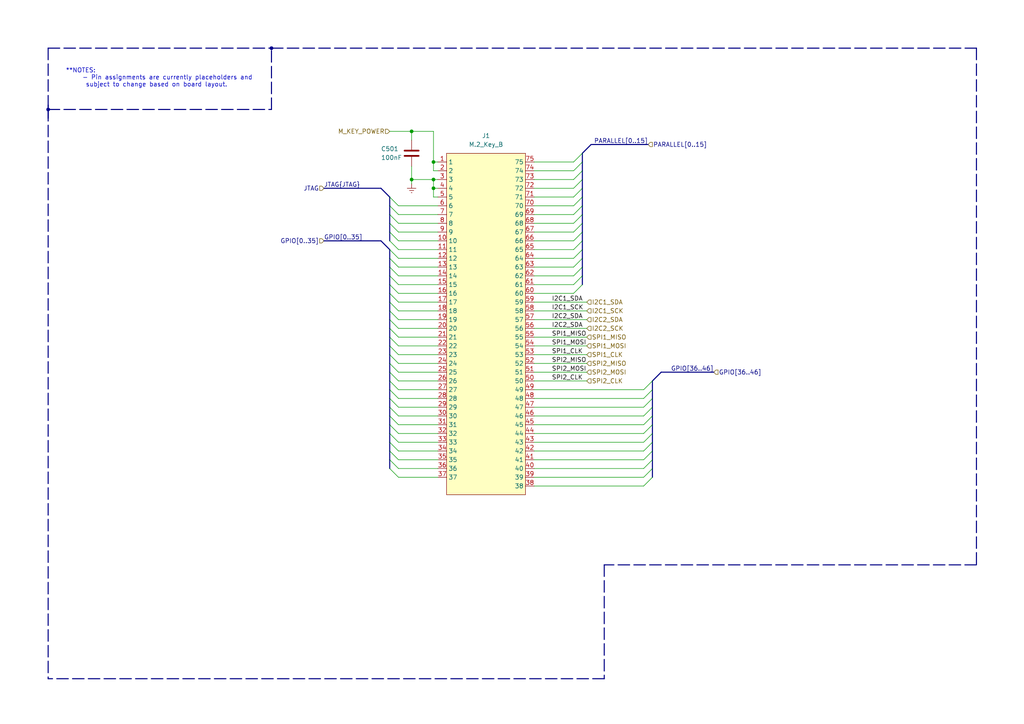
<source format=kicad_sch>
(kicad_sch (version 20211123) (generator eeschema)
  (paper "A4")
  (title_block (title "Fruitfly Node") (date "2023-09-18") (rev "1") (company "Cerebral Systems Inc."))
  (lib_symbols
    (symbol "Device:C" (pin_numbers hide) (pin_names (offset 0.254))
      (property "Reference" "C" (at 0.635 2.54 0))
      (property "Value" "C" (at 0.635 -2.54 0))
      (symbol "C_0_1"
        (polyline (pts (xy -2.032 -0.762) (xy 2.032 -0.762)) (stroke (width 0.508)))
        (polyline (pts (xy -2.032 0.762) (xy 2.032 0.762)) (stroke (width 0.508)))
      )
      (symbol "C_1_1"
        (pin passive line (at 0 3.81 270) (length 2.794) (name "~") (number "1"))
        (pin passive line (at 0 -3.81 90) (length 2.794) (name "~") (number "2"))
      )
    )
    (symbol "Fruitfly_Connector:M.2_Key_B"
      (property "Reference" "J" (at 0 5.08 0))
      (property "Value" "M.2_Key_B" (at 0 2.54 0))
      (symbol "M.2_Key_B_0_1"
        (rectangle (start -11.43 0) (end 11.43 -99.06) (fill (type background)))
      )
      (symbol "M.2_Key_B_1_1"
        (pin bidirectional line (at -13.97 -2.54 0) (length 2.54) (name "1") (number "1"))
        (pin bidirectional line (at -13.97 -25.4 0) (length 2.54) (name "10") (number "10"))
        (pin bidirectional line (at -13.97 -27.94 0) (length 2.54) (name "11") (number "11"))
        (pin bidirectional line (at -13.97 -30.48 0) (length 2.54) (name "12") (number "12"))
        (pin bidirectional line (at -13.97 -33.02 0) (length 2.54) (name "13") (number "13"))
        (pin bidirectional line (at -13.97 -35.56 0) (length 2.54) (name "14") (number "14"))
        (pin bidirectional line (at -13.97 -38.1 0) (length 2.54) (name "15") (number "15"))
        (pin bidirectional line (at -13.97 -40.64 0) (length 2.54) (name "16") (number "16"))
        (pin bidirectional line (at -13.97 -43.18 0) (length 2.54) (name "17") (number "17"))
        (pin bidirectional line (at -13.97 -45.72 0) (length 2.54) (name "18") (number "18"))
        (pin bidirectional line (at -13.97 -48.26 0) (length 2.54) (name "19") (number "19"))
        (pin bidirectional line (at -13.97 -5.08 0) (length 2.54) (name "2") (number "2"))
        (pin bidirectional line (at -13.97 -50.8 0) (length 2.54) (name "20") (number "20"))
        (pin bidirectional line (at -13.97 -53.34 0) (length 2.54) (name "21") (number "21"))
        (pin bidirectional line (at -13.97 -55.88 0) (length 2.54) (name "22") (number "22"))
        (pin bidirectional line (at -13.97 -58.42 0) (length 2.54) (name "23") (number "23"))
        (pin bidirectional line (at -13.97 -60.96 0) (length 2.54) (name "24") (number "24"))
        (pin bidirectional line (at -13.97 -63.5 0) (length 2.54) (name "25") (number "25"))
        (pin bidirectional line (at -13.97 -66.04 0) (length 2.54) (name "26") (number "26"))
        (pin bidirectional line (at -13.97 -68.58 0) (length 2.54) (name "27") (number "27"))
        (pin bidirectional line (at -13.97 -71.12 0) (length 2.54) (name "28") (number "28"))
        (pin bidirectional line (at -13.97 -73.66 0) (length 2.54) (name "29") (number "29"))
        (pin bidirectional line (at -13.97 -7.62 0) (length 2.54) (name "3") (number "3"))
        (pin bidirectional line (at -13.97 -76.2 0) (length 2.54) (name "30") (number "30"))
        (pin bidirectional line (at -13.97 -78.74 0) (length 2.54) (name "31") (number "31"))
        (pin bidirectional line (at -13.97 -81.28 0) (length 2.54) (name "32") (number "32"))
        (pin bidirectional line (at -13.97 -83.82 0) (length 2.54) (name "33") (number "33"))
        (pin bidirectional line (at -13.97 -86.36 0) (length 2.54) (name "34") (number "34"))
        (pin bidirectional line (at -13.97 -88.9 0) (length 2.54) (name "35") (number "35"))
        (pin bidirectional line (at -13.97 -91.44 0) (length 2.54) (name "36") (number "36"))
        (pin bidirectional line (at -13.97 -93.98 0) (length 2.54) (name "37") (number "37"))
        (pin bidirectional line (at 13.97 -96.52 180) (length 2.54) (name "38") (number "38"))
        (pin bidirectional line (at 13.97 -93.98 180) (length 2.54) (name "39") (number "39"))
        (pin bidirectional line (at -13.97 -10.16 0) (length 2.54) (name "4") (number "4"))
        (pin bidirectional line (at 13.97 -91.44 180) (length 2.54) (name "40") (number "40"))
        (pin bidirectional line (at 13.97 -88.9 180) (length 2.54) (name "41") (number "41"))
        (pin bidirectional line (at 13.97 -86.36 180) (length 2.54) (name "42") (number "42"))
        (pin bidirectional line (at 13.97 -83.82 180) (length 2.54) (name "43") (number "43"))
        (pin bidirectional line (at 13.97 -81.28 180) (length 2.54) (name "44") (number "44"))
        (pin bidirectional line (at 13.97 -78.74 180) (length 2.54) (name "45") (number "45"))
        (pin bidirectional line (at 13.97 -76.2 180) (length 2.54) (name "46") (number "46"))
        (pin bidirectional line (at 13.97 -73.66 180) (length 2.54) (name "47") (number "47"))
        (pin bidirectional line (at 13.97 -71.12 180) (length 2.54) (name "48") (number "48"))
        (pin bidirectional line (at 13.97 -68.58 180) (length 2.54) (name "49") (number "49"))
        (pin bidirectional line (at -13.97 -12.7 0) (length 2.54) (name "5") (number "5"))
        (pin bidirectional line (at 13.97 -66.04 180) (length 2.54) (name "50") (number "50"))
        (pin bidirectional line (at 13.97 -63.5 180) (length 2.54) (name "51") (number "51"))
        (pin bidirectional line (at 13.97 -60.96 180) (length 2.54) (name "52") (number "52"))
        (pin bidirectional line (at 13.97 -58.42 180) (length 2.54) (name "53") (number "53"))
        (pin bidirectional line (at 13.97 -55.88 180) (length 2.54) (name "54") (number "54"))
        (pin bidirectional line (at 13.97 -53.34 180) (length 2.54) (name "55") (number "55"))
        (pin bidirectional line (at 13.97 -50.8 180) (length 2.54) (name "56") (number "56"))
        (pin bidirectional line (at 13.97 -48.26 180) (length 2.54) (name "57") (number "57"))
        (pin bidirectional line (at 13.97 -45.72 180) (length 2.54) (name "58") (number "58"))
        (pin bidirectional line (at 13.97 -43.18 180) (length 2.54) (name "59") (number "59"))
        (pin bidirectional line (at -13.97 -15.24 0) (length 2.54) (name "6") (number "6"))
        (pin bidirectional line (at 13.97 -40.64 180) (length 2.54) (name "60") (number "60"))
        (pin bidirectional line (at 13.97 -38.1 180) (length 2.54) (name "61") (number "61"))
        (pin bidirectional line (at 13.97 -35.56 180) (length 2.54) (name "62") (number "62"))
        (pin bidirectional line (at 13.97 -33.02 180) (length 2.54) (name "63") (number "63"))
        (pin bidirectional line (at 13.97 -30.48 180) (length 2.54) (name "64") (number "64"))
        (pin bidirectional line (at 13.97 -27.94 180) (length 2.54) (name "65") (number "65"))
        (pin bidirectional line (at 13.97 -25.4 180) (length 2.54) (name "66") (number "66"))
        (pin bidirectional line (at 13.97 -22.86 180) (length 2.54) (name "67") (number "67"))
        (pin bidirectional line (at 13.97 -20.32 180) (length 2.54) (name "68") (number "68"))
        (pin bidirectional line (at 13.97 -17.78 180) (length 2.54) (name "69") (number "69"))
        (pin bidirectional line (at -13.97 -17.78 0) (length 2.54) (name "7") (number "7"))
        (pin bidirectional line (at 13.97 -15.24 180) (length 2.54) (name "70") (number "70"))
        (pin bidirectional line (at 13.97 -12.7 180) (length 2.54) (name "71") (number "71"))
        (pin bidirectional line (at 13.97 -10.16 180) (length 2.54) (name "72") (number "72"))
        (pin bidirectional line (at 13.97 -7.62 180) (length 2.54) (name "73") (number "73"))
        (pin bidirectional line (at 13.97 -5.08 180) (length 2.54) (name "74") (number "74"))
        (pin bidirectional line (at 13.97 -2.54 180) (length 2.54) (name "75") (number "75"))
        (pin bidirectional line (at -13.97 -20.32 0) (length 2.54) (name "8") (number "8"))
        (pin bidirectional line (at -13.97 -22.86 0) (length 2.54) (name "9") (number "9"))
      )
    )
    (symbol "power:Earth" (power) (pin_names (offset 0))
      (symbol "Earth_0_1"
        (polyline (pts (xy -0.635 -1.905) (xy 0.635 -1.905)))
        (polyline (pts (xy -0.127 -2.54) (xy 0.127 -2.54)))
        (polyline (pts (xy 0 -1.27) (xy 0 0)))
        (polyline (pts (xy 1.27 -1.27) (xy -1.27 -1.27)))
      )
      (symbol "Earth_1_1"
        (pin power_in line (at 0 0 270) (length 0) hide (name "Earth") (number "1"))
      )
    )
  )
  (junction (at 13.97 31.75))
  (junction (at 78.74 13.97))
  (junction (at 119.38 38.1))
  (junction (at 119.38 52.07))
  (junction (at 125.73 54.61))
  (junction (at 125.73 52.07))
  (junction (at 125.73 46.99))
  (bus_entry (at 113.03 69.85) (size 2.54 2.54))
  (bus_entry (at 186.69 115.57) (size 2.54 -2.54))
  (bus_entry (at 113.03 107.95) (size 2.54 2.54))
  (bus_entry (at 166.37 64.77) (size 2.54 -2.54))
  (bus_entry (at 186.69 113.03) (size 2.54 -2.54))
  (bus_entry (at 189.23 125.73) (size -2.54 2.54))
  (bus_entry (at 189.23 133.35) (size -2.54 2.54))
  (bus_entry (at 113.03 113.03) (size 2.54 2.54))
  (bus_entry (at 113.03 92.71) (size 2.54 2.54))
  (bus_entry (at 113.03 118.11) (size 2.54 2.54))
  (bus_entry (at 113.03 115.57) (size 2.54 2.54))
  (bus_entry (at 189.23 118.11) (size -2.54 2.54))
  (bus_entry (at 113.03 64.77) (size 2.54 2.54))
  (bus_entry (at 113.03 110.49) (size 2.54 2.54))
  (bus_entry (at 189.23 128.27) (size -2.54 2.54))
  (bus_entry (at 166.37 52.07) (size 2.54 -2.54))
  (bus_entry (at 166.37 59.69) (size 2.54 -2.54))
  (bus_entry (at 166.37 57.15) (size 2.54 -2.54))
  (bus_entry (at 166.37 77.47) (size 2.54 -2.54))
  (bus_entry (at 189.23 123.19) (size -2.54 2.54))
  (bus_entry (at 166.37 74.93) (size 2.54 -2.54))
  (bus_entry (at 113.03 123.19) (size 2.54 2.54))
  (bus_entry (at 113.03 57.15) (size 2.54 2.54))
  (bus_entry (at 113.03 85.09) (size 2.54 2.54))
  (bus_entry (at 113.03 133.35) (size 2.54 2.54))
  (bus_entry (at 189.23 135.89) (size -2.54 2.54))
  (bus_entry (at 166.37 67.31) (size 2.54 -2.54))
  (bus_entry (at 166.37 49.53) (size 2.54 -2.54))
  (bus_entry (at 113.03 90.17) (size 2.54 2.54))
  (bus_entry (at 113.03 125.73) (size 2.54 2.54))
  (bus_entry (at 113.03 82.55) (size 2.54 2.54))
  (bus_entry (at 113.03 102.87) (size 2.54 2.54))
  (bus_entry (at 113.03 80.01) (size 2.54 2.54))
  (bus_entry (at 113.03 97.79) (size 2.54 2.54))
  (bus_entry (at 166.37 85.09) (size 2.54 -2.54))
  (bus_entry (at 113.03 100.33) (size 2.54 2.54))
  (bus_entry (at 113.03 67.31) (size 2.54 2.54))
  (bus_entry (at 166.37 72.39) (size 2.54 -2.54))
  (bus_entry (at 189.23 115.57) (size -2.54 2.54))
  (bus_entry (at 189.23 120.65) (size -2.54 2.54))
  (bus_entry (at 189.23 130.81) (size -2.54 2.54))
  (bus_entry (at 189.23 138.43) (size -2.54 2.54))
  (bus_entry (at 113.03 120.65) (size 2.54 2.54))
  (bus_entry (at 113.03 128.27) (size 2.54 2.54))
  (bus_entry (at 166.37 54.61) (size 2.54 -2.54))
  (bus_entry (at 113.03 74.93) (size 2.54 2.54))
  (bus_entry (at 166.37 46.99) (size 2.54 -2.54))
  (bus_entry (at 166.37 69.85) (size 2.54 -2.54))
  (bus_entry (at 113.03 77.47) (size 2.54 2.54))
  (bus_entry (at 113.03 105.41) (size 2.54 2.54))
  (bus_entry (at 113.03 95.25) (size 2.54 2.54))
  (bus_entry (at 166.37 80.01) (size 2.54 -2.54))
  (bus_entry (at 166.37 62.23) (size 2.54 -2.54))
  (bus_entry (at 113.03 62.23) (size 2.54 2.54))
  (bus_entry (at 113.03 59.69) (size 2.54 2.54))
  (bus_entry (at 113.03 130.81) (size 2.54 2.54))
  (bus_entry (at 113.03 72.39) (size 2.54 2.54))
  (bus_entry (at 113.03 135.89) (size 2.54 2.54))
  (bus_entry (at 113.03 87.63) (size 2.54 2.54))
  (bus_entry (at 166.37 82.55) (size 2.54 -2.54))
  (wire (pts (xy 154.94 72.39) (xy 166.37 72.39)))
  (wire (pts (xy 154.94 102.87) (xy 170.18 102.87)))
  (bus (pts (xy 78.74 31.75) (xy 78.74 13.97)) (stroke (width 0) (type dash)))
  (wire (pts (xy 115.57 130.81) (xy 127 130.81)))
  (wire (pts (xy 115.57 133.35) (xy 127 133.35)))
  (bus (pts (xy 113.03 110.49) (xy 113.03 113.03)))
  (bus (pts (xy 113.03 97.79) (xy 113.03 100.33)))
  (wire (pts (xy 115.57 87.63) (xy 127 87.63)))
  (bus (pts (xy 113.03 107.95) (xy 113.03 110.49)))
  (bus (pts (xy 189.23 135.89) (xy 189.23 133.35)))
  (wire (pts (xy 115.57 64.77) (xy 127 64.77)))
  (wire (pts (xy 154.94 113.03) (xy 186.69 113.03)))
  (bus (pts (xy 189.23 110.49) (xy 191.77 107.95)))
  (bus (pts (xy 189.23 138.43) (xy 189.23 135.89)))
  (wire (pts (xy 125.73 57.15) (xy 125.73 54.61)))
  (wire (pts (xy 154.94 64.77) (xy 166.37 64.77)))
  (wire (pts (xy 115.57 115.57) (xy 127 115.57)))
  (bus (pts (xy 113.03 62.23) (xy 113.03 59.69)))
  (wire (pts (xy 115.57 100.33) (xy 127 100.33)))
  (bus (pts (xy 168.91 44.45) (xy 171.45 41.91)))
  (wire (pts (xy 119.38 52.07) (xy 119.38 53.34)))
  (bus (pts (xy 189.23 133.35) (xy 189.23 130.81)))
  (wire (pts (xy 154.94 82.55) (xy 166.37 82.55)))
  (wire (pts (xy 154.94 100.33) (xy 170.18 100.33)))
  (wire (pts (xy 115.57 135.89) (xy 127 135.89)))
  (bus (pts (xy 113.03 82.55) (xy 113.03 85.09)))
  (wire (pts (xy 154.94 130.81) (xy 186.69 130.81)))
  (wire (pts (xy 115.57 74.93) (xy 127 74.93)))
  (bus (pts (xy 168.91 49.53) (xy 168.91 46.99)))
  (bus (pts (xy 168.91 46.99) (xy 168.91 44.45)))
  (wire (pts (xy 119.38 52.07) (xy 125.73 52.07)))
  (wire (pts (xy 115.57 77.47) (xy 127 77.47)))
  (bus (pts (xy 113.03 95.25) (xy 113.03 97.79)))
  (wire (pts (xy 115.57 85.09) (xy 127 85.09)))
  (wire (pts (xy 125.73 38.1) (xy 125.73 46.99)))
  (wire (pts (xy 115.57 102.87) (xy 127 102.87)))
  (bus (pts (xy 175.26 163.83) (xy 175.26 196.85)) (stroke (width 0) (type dash)))
  (wire (pts (xy 154.94 87.63) (xy 170.18 87.63)))
  (bus (pts (xy 113.03 123.19) (xy 113.03 125.73)))
  (bus (pts (xy 113.03 113.03) (xy 113.03 115.57)))
  (bus (pts (xy 189.23 115.57) (xy 189.23 113.03)))
  (wire (pts (xy 125.73 54.61) (xy 125.73 52.07)))
  (wire (pts (xy 154.94 107.95) (xy 170.18 107.95)))
  (bus (pts (xy 189.23 120.65) (xy 189.23 118.11)))
  (wire (pts (xy 127 57.15) (xy 125.73 57.15)))
  (bus (pts (xy 189.23 118.11) (xy 189.23 115.57)))
  (bus (pts (xy 168.91 64.77) (xy 168.91 62.23)))
  (wire (pts (xy 127 52.07) (xy 125.73 52.07)))
  (wire (pts (xy 154.94 123.19) (xy 186.69 123.19)))
  (wire (pts (xy 115.57 62.23) (xy 127 62.23)))
  (wire (pts (xy 154.94 77.47) (xy 166.37 77.47)))
  (bus (pts (xy 189.23 125.73) (xy 189.23 123.19)))
  (wire (pts (xy 154.94 62.23) (xy 166.37 62.23)))
  (wire (pts (xy 125.73 49.53) (xy 125.73 46.99)))
  (wire (pts (xy 154.94 110.49) (xy 170.18 110.49)))
  (wire (pts (xy 115.57 82.55) (xy 127 82.55)))
  (wire (pts (xy 154.94 97.79) (xy 170.18 97.79)))
  (bus (pts (xy 168.91 74.93) (xy 168.91 72.39)))
  (bus (pts (xy 168.91 67.31) (xy 168.91 64.77)))
  (wire (pts (xy 154.94 46.99) (xy 166.37 46.99)))
  (wire (pts (xy 154.94 105.41) (xy 170.18 105.41)))
  (wire (pts (xy 115.57 113.03) (xy 127 113.03)))
  (bus (pts (xy 189.23 113.03) (xy 189.23 110.49)))
  (wire (pts (xy 127 46.99) (xy 125.73 46.99)))
  (wire (pts (xy 154.94 69.85) (xy 166.37 69.85)))
  (wire (pts (xy 115.57 92.71) (xy 127 92.71)))
  (bus (pts (xy 93.98 69.85) (xy 110.49 69.85)))
  (bus (pts (xy 113.03 64.77) (xy 113.03 62.23)))
  (wire (pts (xy 119.38 48.26) (xy 119.38 52.07)))
  (bus (pts (xy 168.91 69.85) (xy 168.91 67.31)))
  (bus (pts (xy 113.03 69.85) (xy 113.03 67.31)))
  (wire (pts (xy 115.57 128.27) (xy 127 128.27)))
  (wire (pts (xy 115.57 72.39) (xy 127 72.39)))
  (bus (pts (xy 113.03 100.33) (xy 113.03 102.87)))
  (wire (pts (xy 115.57 80.01) (xy 127 80.01)))
  (bus (pts (xy 93.98 54.61) (xy 110.49 54.61)))
  (bus (pts (xy 113.03 72.39) (xy 110.49 69.85)))
  (wire (pts (xy 154.94 74.93) (xy 166.37 74.93)))
  (bus (pts (xy 113.03 57.15) (xy 110.49 54.61)))
  (wire (pts (xy 154.94 54.61) (xy 166.37 54.61)))
  (bus (pts (xy 168.91 52.07) (xy 168.91 49.53)))
  (bus (pts (xy 13.97 13.97) (xy 13.97 31.75)) (stroke (width 0) (type dash)))
  (wire (pts (xy 115.57 138.43) (xy 127 138.43)))
  (bus (pts (xy 168.91 72.39) (xy 168.91 69.85)))
  (bus (pts (xy 189.23 123.19) (xy 189.23 120.65)))
  (wire (pts (xy 154.94 80.01) (xy 166.37 80.01)))
  (wire (pts (xy 119.38 38.1) (xy 119.38 40.64)))
  (bus (pts (xy 189.23 128.27) (xy 189.23 125.73)))
  (bus (pts (xy 113.03 92.71) (xy 113.03 95.25)))
  (wire (pts (xy 154.94 138.43) (xy 186.69 138.43)))
  (bus (pts (xy 113.03 125.73) (xy 113.03 128.27)))
  (wire (pts (xy 115.57 97.79) (xy 127 97.79)))
  (wire (pts (xy 154.94 128.27) (xy 186.69 128.27)))
  (wire (pts (xy 154.94 125.73) (xy 186.69 125.73)))
  (wire (pts (xy 154.94 95.25) (xy 170.18 95.25)))
  (bus (pts (xy 13.97 31.75) (xy 13.97 196.85)) (stroke (width 0) (type dash)))
  (wire (pts (xy 154.94 90.17) (xy 170.18 90.17)))
  (wire (pts (xy 113.03 38.1) (xy 119.38 38.1)))
  (wire (pts (xy 154.94 85.09) (xy 166.37 85.09)))
  (wire (pts (xy 115.57 118.11) (xy 127 118.11)))
  (wire (pts (xy 115.57 95.25) (xy 127 95.25)))
  (bus (pts (xy 191.77 107.95) (xy 207.01 107.95)))
  (bus (pts (xy 113.03 102.87) (xy 113.03 105.41)))
  (wire (pts (xy 154.94 118.11) (xy 186.69 118.11)))
  (bus (pts (xy 168.91 77.47) (xy 168.91 74.93)))
  (wire (pts (xy 115.57 123.19) (xy 127 123.19)))
  (bus (pts (xy 113.03 130.81) (xy 113.03 133.35)))
  (bus (pts (xy 113.03 77.47) (xy 113.03 80.01)))
  (wire (pts (xy 154.94 115.57) (xy 186.69 115.57)))
  (bus (pts (xy 113.03 115.57) (xy 113.03 118.11)))
  (bus (pts (xy 171.45 41.91) (xy 187.96 41.91)))
  (wire (pts (xy 154.94 133.35) (xy 186.69 133.35)))
  (wire (pts (xy 154.94 49.53) (xy 166.37 49.53)))
  (bus (pts (xy 113.03 133.35) (xy 113.03 135.89)))
  (wire (pts (xy 154.94 120.65) (xy 186.69 120.65)))
  (bus (pts (xy 113.03 118.11) (xy 113.03 120.65)))
  (wire (pts (xy 115.57 107.95) (xy 127 107.95)))
  (bus (pts (xy 113.03 72.39) (xy 113.03 74.93)))
  (wire (pts (xy 154.94 140.97) (xy 186.69 140.97)))
  (bus (pts (xy 113.03 80.01) (xy 113.03 82.55)))
  (wire (pts (xy 115.57 67.31) (xy 127 67.31)))
  (bus (pts (xy 113.03 90.17) (xy 113.03 92.71)))
  (wire (pts (xy 115.57 125.73) (xy 127 125.73)))
  (bus (pts (xy 168.91 59.69) (xy 168.91 57.15)))
  (wire (pts (xy 127 54.61) (xy 125.73 54.61)))
  (bus (pts (xy 283.21 163.83) (xy 175.26 163.83)) (stroke (width 0) (type dash)))
  (bus (pts (xy 113.03 128.27) (xy 113.03 130.81)))
  (bus (pts (xy 13.97 31.75) (xy 13.97 34.29)))
  (wire (pts (xy 115.57 120.65) (xy 127 120.65)))
  (bus (pts (xy 78.74 13.97) (xy 283.21 13.97)) (stroke (width 0) (type dash)))
  (bus (pts (xy 113.03 105.41) (xy 113.03 107.95)))
  (wire (pts (xy 154.94 67.31) (xy 166.37 67.31)))
  (wire (pts (xy 154.94 59.69) (xy 166.37 59.69)))
  (bus (pts (xy 168.91 54.61) (xy 168.91 52.07)))
  (bus (pts (xy 113.03 85.09) (xy 113.03 87.63)))
  (wire (pts (xy 154.94 135.89) (xy 186.69 135.89)))
  (bus (pts (xy 168.91 62.23) (xy 168.91 59.69)))
  (wire (pts (xy 115.57 110.49) (xy 127 110.49)))
  (wire (pts (xy 115.57 105.41) (xy 127 105.41)))
  (bus (pts (xy 113.03 67.31) (xy 113.03 64.77)))
  (wire (pts (xy 115.57 59.69) (xy 127 59.69)))
  (wire (pts (xy 115.57 90.17) (xy 127 90.17)))
  (wire (pts (xy 154.94 52.07) (xy 166.37 52.07)))
  (wire (pts (xy 115.57 69.85) (xy 127 69.85)))
  (bus (pts (xy 175.26 196.85) (xy 13.97 196.85)) (stroke (width 0) (type dash)))
  (wire (pts (xy 154.94 92.71) (xy 170.18 92.71)))
  (bus (pts (xy 113.03 59.69) (xy 113.03 57.15)))
  (bus (pts (xy 113.03 74.93) (xy 113.03 77.47)))
  (wire (pts (xy 119.38 38.1) (xy 125.73 38.1)))
  (bus (pts (xy 113.03 120.65) (xy 113.03 123.19)))
  (bus (pts (xy 168.91 57.15) (xy 168.91 54.61)))
  (bus (pts (xy 13.97 31.75) (xy 78.74 31.75)) (stroke (width 0) (type dash)))
  (wire (pts (xy 125.73 49.53) (xy 127 49.53)))
  (bus (pts (xy 283.21 13.97) (xy 283.21 163.83)) (stroke (width 0) (type dash)))
  (bus (pts (xy 189.23 130.81) (xy 189.23 128.27)))
  (bus (pts (xy 13.97 31.75) (xy 13.97 30.48)))
  (bus (pts (xy 168.91 80.01) (xy 168.91 77.47)))
  (wire (pts (xy 154.94 57.15) (xy 166.37 57.15)))
  (bus (pts (xy 13.97 13.97) (xy 78.74 13.97)) (stroke (width 0) (type dash)))
  (bus (pts (xy 113.03 87.63) (xy 113.03 90.17)))
  (bus (pts (xy 168.91 82.55) (xy 168.91 80.01)))
  (text "**NOTES:\n	- Pin assignments are currently placeholders and \n      subject to change based on board layout." (at 19.05 25.4 0) (effects (font (size 1.27 1.27)) (justify left bottom)))
  (label "GPIO[36..46]" (at 207.01 107.95 180))
  (label "GPIO[0..35]" (at 93.98 69.85 0))
  (label "I2C2_SDA" (at 160.02 95.25 0))
  (label "SPI1_MISO" (at 160.02 97.79 0))
  (label "SPI1_CLK" (at 160.02 102.87 0))
  (label "PARALLEL[0..15]" (at 187.96 41.91 180))
  (label "SPI2_CLK" (at 160.02 110.49 0))
  (label "I2C1_SDA" (at 160.02 87.63 0))
  (label "JTAG{JTAG}" (at 93.98 54.61 0))
  (label "SPI2_MISO" (at 160.02 105.41 0))
  (label "I2C1_SCK" (at 160.02 90.17 0))
  (label "SPI1_MOSI" (at 160.02 100.33 0))
  (label "SPI2_MOSI" (at 160.02 107.95 0))
  (label "I2C2_SDA" (at 160.02 92.71 0))
  (hierarchical_label "PARALLEL[0..15]" (shape input) (at 187.96 41.91 0))
  (hierarchical_label "M_KEY_POWER" (shape input) (at 113.03 38.1 180))
  (hierarchical_label "I2C2_SCK" (shape input) (at 170.18 95.25 0))
  (hierarchical_label "I2C1_SCK" (shape input) (at 170.18 90.17 0))
  (hierarchical_label "JTAG" (shape input) (at 93.98 54.61 180))
  (hierarchical_label "SPI2_MISO" (shape input) (at 170.18 105.41 0))
  (hierarchical_label "SPI2_CLK" (shape input) (at 170.18 110.49 0))
  (hierarchical_label "GPIO[0..35]" (shape input) (at 93.98 69.85 180))
  (hierarchical_label "SPI1_MOSI" (shape input) (at 170.18 100.33 0))
  (hierarchical_label "SPI1_MISO" (shape input) (at 170.18 97.79 0))
  (hierarchical_label "I2C1_SDA" (shape input) (at 170.18 87.63 0))
  (hierarchical_label "GPIO[36..46]" (shape input) (at 207.01 107.95 0))
  (hierarchical_label "I2C2_SDA" (shape input) (at 170.18 92.71 0))
  (hierarchical_label "SPI2_MOSI" (shape input) (at 170.18 107.95 0))
  (hierarchical_label "SPI1_CLK" (shape input) (at 170.18 102.87 0))
  (symbol (lib_id "Device:C") (at 119.38 44.45 0) (unit 1)
    (property "Reference" "C501" (at 110.49 43.18 0) (effects (justify left)))
    (property "Value" "100nF" (at 110.49 45.72 0) (effects (justify left)))
    (property "Footprint" "Capacitor_SMD:C_0402_1005Metric" (effects hide))
  )
  (symbol (lib_id "Fruitfly_Connector:M.2_Key_B") (at 140.97 44.45 0) (unit 1)
    (property "Reference" "J1" (at 140.97 39.37 0))
    (property "Value" "M.2_Key_B" (at 140.97 41.91 0))
  )
  (symbol (lib_id "power:Earth") (at 119.38 53.34 0) (unit 1)
    (property "Reference" "#PWR0164" (effects hide))
    (property "Value" "Earth" (effects hide))
  )
)
</source>
